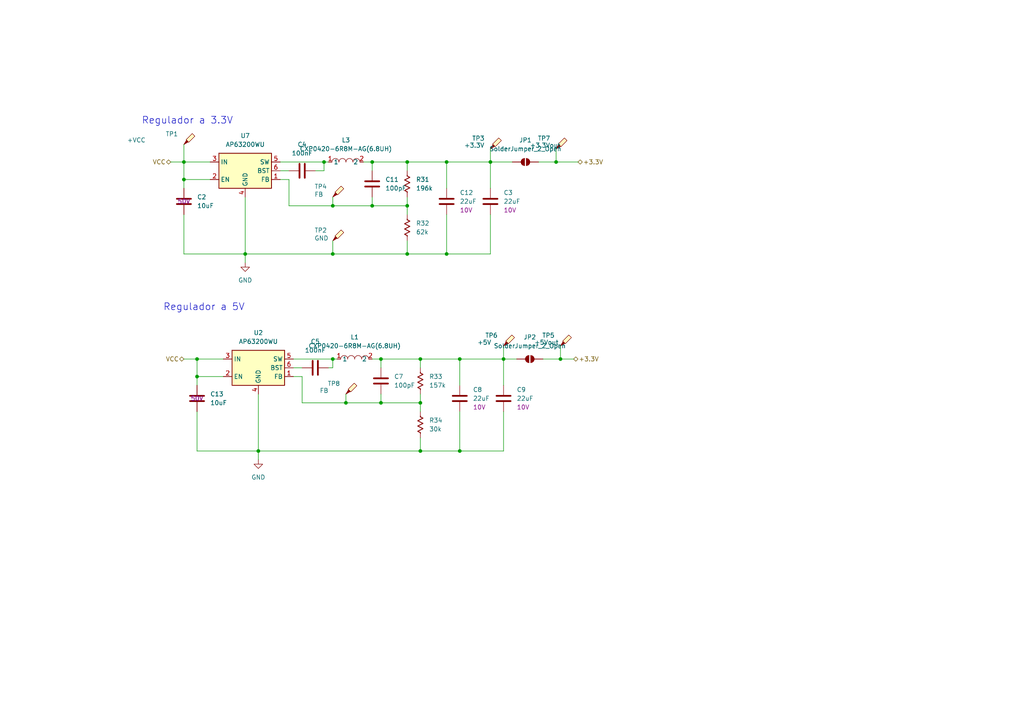
<source format=kicad_sch>
(kicad_sch (version 20250114) (generator "eeschema") (generator_version "9.0")
  (paper "A4")
  (lib_symbols
    (symbol "Connector:TestPoint_Probe" (pin_numbers (hide yes)) (pin_names (offset 0.762) (hide yes))
      (property "Reference" "TP" (at 1.651 5.842 0))
      (property "Value" "TestPoint_Probe" (at 1.651 4.064 0))
      (symbol "TestPoint_Probe_0_1"
        (polyline (pts (xy 1.27 0.762) (xy 0 0) (xy 0.762 1.27) (xy 1.27 0.762)) (fill (type outline)))
        (polyline (pts (xy 1.397 0.635) (xy 0.635 1.397) (xy 2.413 3.175) (xy 3.175 2.413) (xy 1.397 0.635)) (fill (type background)))
      )
      (symbol "TestPoint_Probe_1_1"
        (pin passive line (at 0 0 90) (length 0) (name "1") (number "1"))
      )
    )
    (symbol "Fuse_Holder:CXP0420-6R8M-AG(6.8UH)"
      (property "Reference" "L" (at 0 5.08 0))
      (property "Value" "CXP0420-6R8M-AG(6.8UH)" (at 0 -5.08 0))
      (symbol "CXP0420-6R8M-AG(6.8UH)_0_1"
        (arc (start -4.06 -0.01) (mid -2.83 0.99) (end -2.03 0.01))
        (arc (start -2.03 -0.01) (mid -0.8 0.99) (end 0 0.01))
        (arc (start 0 -0.01) (mid 1.23 0.99) (end 2.03 0.01))
        (arc (start 2.03 -0.01) (mid 3.26 0.99) (end 4.06 0.01))
        (pin unspecified line (at -5.08 0 0) (length 1.016) (name "1") (number "1"))
        (pin unspecified line (at 5.08 0 180) (length 1.016) (name "2") (number "2"))
      )
    )
    (symbol "Jumper:SolderJumper_2_Open" (pin_numbers (hide yes)) (pin_names (offset 0) (hide yes)) (in_bom no)
      (property "Reference" "JP" (at 0 2.032 0))
      (property "Value" "SolderJumper_2_Open" (at 0 -2.54 0))
      (symbol "SolderJumper_2_Open_0_1"
        (polyline (pts (xy -0.254 1.016) (xy -0.254 -1.016)))
        (arc (start -0.254 -1.016) (mid -1.2656 0) (end -0.254 1.016))
        (arc (start -0.254 -1.016) (mid -1.2656 0) (end -0.254 1.016) (fill (type outline)))
        (arc (start 0.254 1.016) (mid 1.2656 0) (end 0.254 -1.016))
        (arc (start 0.254 1.016) (mid 1.2656 0) (end 0.254 -1.016) (fill (type outline)))
        (polyline (pts (xy 0.254 1.016) (xy 0.254 -1.016)))
      )
      (symbol "SolderJumper_2_Open_1_1"
        (pin passive line (at -3.81 0 0) (length 2.54) (name "A") (number "1"))
        (pin passive line (at 3.81 0 180) (length 2.54) (name "B") (number "2"))
      )
    )
    (symbol "PCM_Capacitor_AKL:C_0603" (pin_numbers (hide yes)) (pin_names (offset 0.254))
      (property "Reference" "C" (at 0.635 2.54 0))
      (property "Value" "C_0603" (at 0.635 -2.54 0))
      (symbol "C_0603_0_1"
        (polyline (pts (xy -2.032 0.762) (xy 2.032 0.762)) (stroke (width 0.508)))
        (polyline (pts (xy -2.032 -0.762) (xy 2.032 -0.762)) (stroke (width 0.508)))
      )
      (symbol "C_0603_0_2"
        (polyline (pts (xy -2.54 -2.54) (xy -0.381 -0.381)))
        (polyline (pts (xy -0.508 -0.508) (xy -1.651 0.635)) (stroke (width 0.508)))
        (polyline (pts (xy -0.508 -0.508) (xy 0.635 -1.651)) (stroke (width 0.508)))
        (polyline (pts (xy 0.381 0.381) (xy 2.54 2.54)))
        (polyline (pts (xy 0.508 0.508) (xy -0.635 1.651)) (stroke (width 0.508)))
        (polyline (pts (xy 0.508 0.508) (xy 1.651 -0.635)) (stroke (width 0.508)))
      )
      (symbol "C_0603_1_1"
        (pin passive line (at 0 3.81 270) (length 2.794) (name "~") (number "1"))
        (pin passive line (at 0 -3.81 90) (length 2.794) (name "~") (number "2"))
      )
      (symbol "C_0603_1_2"
        (pin passive line (at -2.54 -2.54 90) (length 0) (name "~") (number "2"))
        (pin passive line (at 2.54 2.54 270) (length 0) (name "~") (number "1"))
      )
    )
    (symbol "PCM_Capacitor_AKL:C_0805" (pin_numbers (hide yes)) (pin_names (offset 0.254))
      (property "Reference" "C" (at 0.635 2.54 0))
      (property "Value" "C_0805" (at 0.635 -2.54 0))
      (symbol "C_0805_0_1"
        (polyline (pts (xy -2.032 0.762) (xy 2.032 0.762)) (stroke (width 0.508)))
        (polyline (pts (xy -2.032 -0.762) (xy 2.032 -0.762)) (stroke (width 0.508)))
      )
      (symbol "C_0805_0_2"
        (polyline (pts (xy -2.54 -2.54) (xy -0.381 -0.381)))
        (polyline (pts (xy -0.508 -0.508) (xy -1.651 0.635)) (stroke (width 0.508)))
        (polyline (pts (xy -0.508 -0.508) (xy 0.635 -1.651)) (stroke (width 0.508)))
        (polyline (pts (xy 0.381 0.381) (xy 2.54 2.54)))
        (polyline (pts (xy 0.508 0.508) (xy -0.635 1.651)) (stroke (width 0.508)))
        (polyline (pts (xy 0.508 0.508) (xy 1.651 -0.635)) (stroke (width 0.508)))
      )
      (symbol "C_0805_1_1"
        (pin passive line (at 0 3.81 270) (length 2.794) (name "~") (number "1"))
        (pin passive line (at 0 -3.81 90) (length 2.794) (name "~") (number "2"))
      )
      (symbol "C_0805_1_2"
        (pin passive line (at -2.54 -2.54 90) (length 0) (name "~") (number "2"))
        (pin passive line (at 2.54 2.54 270) (length 0) (name "~") (number "1"))
      )
    )
    (symbol "PCM_Capacitor_AKL:C_1206" (pin_numbers (hide yes)) (pin_names (offset 0.254))
      (property "Reference" "C" (at 0.635 2.54 0))
      (property "Value" "C_1206" (at 0.635 -2.54 0))
      (symbol "C_1206_0_1"
        (polyline (pts (xy -2.032 0.762) (xy 2.032 0.762)) (stroke (width 0.508)))
        (polyline (pts (xy -2.032 -0.762) (xy 2.032 -0.762)) (stroke (width 0.508)))
      )
      (symbol "C_1206_0_2"
        (polyline (pts (xy -2.54 -2.54) (xy -0.381 -0.381)))
        (polyline (pts (xy -0.508 -0.508) (xy -1.651 0.635)) (stroke (width 0.508)))
        (polyline (pts (xy -0.508 -0.508) (xy 0.635 -1.651)) (stroke (width 0.508)))
        (polyline (pts (xy 0.381 0.381) (xy 2.54 2.54)))
        (polyline (pts (xy 0.508 0.508) (xy -0.635 1.651)) (stroke (width 0.508)))
        (polyline (pts (xy 0.508 0.508) (xy 1.651 -0.635)) (stroke (width 0.508)))
      )
      (symbol "C_1206_1_1"
        (pin passive line (at 0 3.81 270) (length 2.794) (name "~") (number "1"))
        (pin passive line (at 0 -3.81 90) (length 2.794) (name "~") (number "2"))
      )
      (symbol "C_1206_1_2"
        (pin passive line (at -2.54 -2.54 90) (length 0) (name "~") (number "2"))
        (pin passive line (at 2.54 2.54 270) (length 0) (name "~") (number "1"))
      )
    )
    (symbol "PCM_Resistor_US_AKL:R_0603" (pin_numbers (hide yes)) (pin_names (offset 0))
      (property "Reference" "R" (at 2.54 1.27 0))
      (property "Value" "R_0603" (at 2.54 -1.27 0))
      (symbol "R_0603_0_1"
        (polyline (pts (xy 0 2.286) (xy 0 2.54)) (stroke (width 0.254)))
        (polyline (pts (xy 0 2.286) (xy 0.762 1.905) (xy -0.762 1.143) (xy 0 0.762) (xy 0.762 0.381) (xy 0 0) (xy -0.762 -0.381) (xy 0 -0.762) (xy 0.762 -1.143) (xy 0 -1.524) (xy -0.762 -1.905) (xy 0 -2.286)) (stroke (width 0.254)))
        (polyline (pts (xy 0 -2.286) (xy 0 -2.54)) (stroke (width 0.254)))
      )
      (symbol "R_0603_0_2"
        (polyline (pts (xy -2.54 -2.54) (xy -1.778 -1.778)))
        (polyline (pts (xy -1.778 -1.778) (xy -1.524 -1.524)) (stroke (width 0.254)))
        (polyline (pts (xy -1.524 -1.524) (xy -1.778 -0.762) (xy -1.016 -1.016)) (stroke (width 0.254)))
        (polyline (pts (xy -0.508 -0.508) (xy -0.762 0.254) (xy 0 0)) (stroke (width 0.254)))
        (polyline (pts (xy -0.508 -0.508) (xy -0.254 -1.27) (xy -1.016 -1.016)) (stroke (width 0.254)))
        (polyline (pts (xy 0.508 0.508) (xy 0.254 1.27) (xy 1.016 1.016)) (stroke (width 0.254)))
        (polyline (pts (xy 0.508 0.508) (xy 0.762 -0.254) (xy 0 0)) (stroke (width 0.254)))
        (polyline (pts (xy 1.524 1.524) (xy 1.778 0.762) (xy 1.016 1.016)) (stroke (width 0.254)))
        (polyline (pts (xy 1.778 1.778) (xy 1.524 1.524)) (stroke (width 0.254)))
        (polyline (pts (xy 1.778 1.778) (xy 2.54 2.54)))
      )
      (symbol "R_0603_1_1"
        (pin passive line (at 0 3.81 270) (length 1.27) (name "~") (number "1"))
        (pin passive line (at 0 -3.81 90) (length 1.27) (name "~") (number "2"))
      )
      (symbol "R_0603_1_2"
        (pin passive line (at -2.54 -2.54 0) (length 0) (name "") (number "2"))
        (pin passive line (at 2.54 2.54 180) (length 0) (name "") (number "1"))
      )
    )
    (symbol "Regulator_Switching:AP63200WU"
      (property "Reference" "U" (at -7.62 6.35 0))
      (property "Value" "AP63200WU" (at 2.54 6.35 0))
      (symbol "AP63200WU_0_1"
        (rectangle (start -7.62 5.08) (end 7.62 -5.08) (stroke (width 0.254)) (fill (type background)))
      )
      (symbol "AP63200WU_1_1"
        (pin power_in line (at -10.16 2.54 0) (length 2.54) (name "IN") (number "3"))
        (pin input line (at -10.16 -2.54 0) (length 2.54) (name "EN") (number "2"))
        (pin power_in line (at 0 -7.62 90) (length 2.54) (name "GND") (number "4"))
        (pin output line (at 10.16 2.54 180) (length 2.54) (name "SW") (number "5"))
        (pin passive line (at 10.16 0 180) (length 2.54) (name "BST") (number "6"))
        (pin input line (at 10.16 -2.54 180) (length 2.54) (name "FB") (number "1"))
      )
    )
    (symbol "power:GND" (power) (pin_numbers (hide yes)) (pin_names (offset 0) (hide yes))
      (property "Value" "GND" (at 0 -3.81 0))
      (symbol "GND_0_1"
        (polyline (pts (xy 0 0) (xy 0 -1.27) (xy 1.27 -1.27) (xy 0 -2.54) (xy -1.27 -1.27) (xy 0 -1.27)))
      )
      (symbol "GND_1_1"
        (pin power_in line (at 0 0 270) (length 0) (name "~") (number "1"))
      )
    )
  )
  (text "Regulador a 5V\n" (at 59.182 89.154 0) (effects (font (size 2 2))))
  (text "Regulador a 3.3V\n" (at 54.356 35.052 0) (effects (font (size 2 2))))
  (junction (at 74.93 130.81))
  (junction (at 161.29 46.99))
  (junction (at 53.34 52.07))
  (junction (at 162.56 104.14))
  (junction (at 107.95 46.99))
  (junction (at 100.33 116.84))
  (junction (at 121.92 116.84))
  (junction (at 93.98 46.99))
  (junction (at 129.54 73.66))
  (junction (at 133.35 130.81))
  (junction (at 96.52 104.14))
  (junction (at 57.15 104.14))
  (junction (at 146.05 104.14))
  (junction (at 118.11 46.99))
  (junction (at 96.52 59.69))
  (junction (at 71.12 73.66))
  (junction (at 57.15 109.22))
  (junction (at 121.92 104.14))
  (junction (at 142.24 46.99))
  (junction (at 118.11 73.66))
  (junction (at 133.35 104.14))
  (junction (at 118.11 59.69))
  (junction (at 121.92 130.81))
  (junction (at 96.52 73.66))
  (junction (at 110.49 104.14))
  (junction (at 53.34 46.99))
  (junction (at 110.49 116.84))
  (junction (at 129.54 46.99))
  (junction (at 107.95 59.69))
  (wire (pts (xy 121.92 104.14) (xy 133.35 104.14)))
  (wire (pts (xy 105.41 46.99) (xy 107.95 46.99)))
  (wire (pts (xy 64.77 109.22) (xy 57.15 109.22)))
  (wire (pts (xy 57.15 111.76) (xy 57.15 109.22)))
  (wire (pts (xy 81.28 49.53) (xy 83.82 49.53)))
  (wire (pts (xy 133.35 119.38) (xy 133.35 130.81)))
  (wire (pts (xy 91.44 49.53) (xy 93.98 49.53)))
  (wire (pts (xy 107.95 104.14) (xy 110.49 104.14)))
  (wire (pts (xy 87.63 116.84) (xy 100.33 116.84)))
  (wire (pts (xy 100.33 114.3) (xy 100.33 116.84)))
  (wire (pts (xy 146.05 119.38) (xy 146.05 130.81)))
  (wire (pts (xy 83.82 52.07) (xy 81.28 52.07)))
  (wire (pts (xy 57.15 119.38) (xy 57.15 130.81)))
  (wire (pts (xy 87.63 116.84) (xy 87.63 109.22)))
  (wire (pts (xy 71.12 57.15) (xy 71.12 73.66)))
  (wire (pts (xy 118.11 59.69) (xy 118.11 57.15)))
  (wire (pts (xy 121.92 104.14) (xy 121.92 106.68)))
  (wire (pts (xy 96.52 69.85) (xy 96.52 73.66)))
  (wire (pts (xy 57.15 130.81) (xy 74.93 130.81)))
  (wire (pts (xy 53.34 52.07) (xy 53.34 46.99)))
  (wire (pts (xy 162.56 100.33) (xy 162.56 104.14)))
  (wire (pts (xy 96.52 73.66) (xy 71.12 73.66)))
  (wire (pts (xy 100.33 116.84) (xy 110.49 116.84)))
  (wire (pts (xy 60.96 52.07) (xy 53.34 52.07)))
  (wire (pts (xy 107.95 46.99) (xy 107.95 49.53)))
  (wire (pts (xy 146.05 130.81) (xy 133.35 130.81)))
  (wire (pts (xy 96.52 104.14) (xy 85.09 104.14)))
  (wire (pts (xy 110.49 104.14) (xy 121.92 104.14)))
  (wire (pts (xy 118.11 46.99) (xy 129.54 46.99)))
  (wire (pts (xy 74.93 130.81) (xy 74.93 133.35)))
  (wire (pts (xy 83.82 59.69) (xy 83.82 52.07)))
  (wire (pts (xy 162.56 104.14) (xy 157.48 104.14)))
  (wire (pts (xy 118.11 69.85) (xy 118.11 73.66)))
  (wire (pts (xy 133.35 104.14) (xy 146.05 104.14)))
  (wire (pts (xy 49.53 46.99) (xy 53.34 46.99)))
  (wire (pts (xy 161.29 46.99) (xy 167.64 46.99)))
  (wire (pts (xy 129.54 46.99) (xy 129.54 54.61)))
  (wire (pts (xy 142.24 46.99) (xy 142.24 54.61)))
  (wire (pts (xy 96.52 59.69) (xy 107.95 59.69)))
  (wire (pts (xy 87.63 109.22) (xy 85.09 109.22)))
  (wire (pts (xy 118.11 59.69) (xy 118.11 62.23)))
  (wire (pts (xy 118.11 73.66) (xy 129.54 73.66)))
  (wire (pts (xy 142.24 73.66) (xy 129.54 73.66)))
  (wire (pts (xy 121.92 116.84) (xy 121.92 119.38)))
  (wire (pts (xy 121.92 130.81) (xy 133.35 130.81)))
  (wire (pts (xy 110.49 114.3) (xy 110.49 116.84)))
  (wire (pts (xy 146.05 104.14) (xy 149.86 104.14)))
  (wire (pts (xy 118.11 46.99) (xy 118.11 49.53)))
  (wire (pts (xy 133.35 104.14) (xy 133.35 111.76)))
  (wire (pts (xy 96.52 106.68) (xy 96.52 104.14)))
  (wire (pts (xy 71.12 73.66) (xy 71.12 76.2)))
  (wire (pts (xy 142.24 62.23) (xy 142.24 73.66)))
  (wire (pts (xy 74.93 114.3) (xy 74.93 130.81)))
  (wire (pts (xy 53.34 54.61) (xy 53.34 52.07)))
  (wire (pts (xy 110.49 104.14) (xy 110.49 106.68)))
  (wire (pts (xy 96.52 104.14) (xy 97.79 104.14)))
  (wire (pts (xy 107.95 59.69) (xy 118.11 59.69)))
  (wire (pts (xy 142.24 46.99) (xy 148.59 46.99)))
  (wire (pts (xy 129.54 62.23) (xy 129.54 73.66)))
  (wire (pts (xy 53.34 46.99) (xy 60.96 46.99)))
  (wire (pts (xy 53.34 62.23) (xy 53.34 73.66)))
  (wire (pts (xy 74.93 130.81) (xy 121.92 130.81)))
  (wire (pts (xy 95.25 46.99) (xy 93.98 46.99)))
  (wire (pts (xy 57.15 104.14) (xy 64.77 104.14)))
  (wire (pts (xy 53.34 41.91) (xy 53.34 46.99)))
  (wire (pts (xy 156.21 46.99) (xy 161.29 46.99)))
  (wire (pts (xy 107.95 57.15) (xy 107.95 59.69)))
  (wire (pts (xy 129.54 46.99) (xy 142.24 46.99)))
  (wire (pts (xy 121.92 116.84) (xy 121.92 114.3)))
  (wire (pts (xy 57.15 109.22) (xy 57.15 104.14)))
  (wire (pts (xy 85.09 106.68) (xy 87.63 106.68)))
  (wire (pts (xy 83.82 59.69) (xy 96.52 59.69)))
  (wire (pts (xy 162.56 104.14) (xy 166.37 104.14)))
  (wire (pts (xy 142.24 43.18) (xy 142.24 46.99)))
  (wire (pts (xy 107.95 46.99) (xy 118.11 46.99)))
  (wire (pts (xy 121.92 127) (xy 121.92 130.81)))
  (wire (pts (xy 161.29 43.18) (xy 161.29 46.99)))
  (wire (pts (xy 95.25 106.68) (xy 96.52 106.68)))
  (wire (pts (xy 96.52 57.15) (xy 96.52 59.69)))
  (wire (pts (xy 146.05 104.14) (xy 146.05 111.76)))
  (wire (pts (xy 110.49 116.84) (xy 121.92 116.84)))
  (wire (pts (xy 53.34 73.66) (xy 71.12 73.66)))
  (wire (pts (xy 93.98 46.99) (xy 81.28 46.99)))
  (wire (pts (xy 146.05 100.33) (xy 146.05 104.14)))
  (wire (pts (xy 53.34 104.14) (xy 57.15 104.14)))
  (wire (pts (xy 93.98 49.53) (xy 93.98 46.99)))
  (wire (pts (xy 96.52 73.66) (xy 118.11 73.66)))
  (hierarchical_label "+3.3V" (shape bidirectional) (at 166.37 104.14 0))
  (hierarchical_label "+3.3V" (shape bidirectional) (at 167.64 46.99 0))
  (hierarchical_label "VCC" (shape bidirectional) (at 53.34 104.14 180))
  (hierarchical_label "VCC" (shape bidirectional) (at 49.53 46.99 180))
  (symbol (lib_id "Connector:TestPoint_Probe") (at 146.05 100.33 0) (unit 1)
    (property "Reference" "TP6" (at 140.716 97.282 0) (effects (justify left)))
    (property "Value" "+5V" (at 138.43 99.314 0) (effects (justify left)))
    (property "Footprint" "TestPoint:TestPoint_Pad_1.0x1.0mm" (effects (hide yes)))
    (property "Description" "test point (alternative probe-style design)" (effects (hide yes)))
  )
  (symbol (lib_id "Connector:TestPoint_Probe") (at 96.52 69.85 0) (unit 1)
    (property "Reference" "TP2" (at 91.186 66.802 0) (effects (justify left)))
    (property "Value" "GND" (at 91.186 69.088 0) (effects (justify left)))
    (property "Footprint" "TestPoint:TestPoint_Pad_1.0x1.0mm" (effects (hide yes)))
    (property "Description" "test point (alternative probe-style design)" (effects (hide yes)))
  )
  (symbol (lib_id "Connector:TestPoint_Probe") (at 162.56 100.33 0) (unit 1)
    (property "Reference" "TP5" (at 157.226 97.282 0) (effects (justify left)))
    (property "Value" "+5Vout" (at 154.94 99.314 0) (effects (justify left)))
    (property "Footprint" "TestPoint:TestPoint_Pad_1.0x1.0mm" (effects (hide yes)))
    (property "Description" "test point (alternative probe-style design)" (effects (hide yes)))
  )
  (symbol (lib_id "power:GND") (at 74.93 133.35 0) (unit 1)
    (property "Reference" "#PWR021" (effects (hide yes)))
    (property "Value" "GND" (at 74.93 138.43 0))
    (property "Description" "Power symbol creates a global label with name \"GND\" , ground" (effects (hide yes)))
  )
  (symbol (lib_id "PCM_Capacitor_AKL:C_0603") (at 133.35 115.57 0) (unit 1)
    (property "Reference" "C8" (at 137.16 113.0299 0) (effects (justify left)))
    (property "Value" "22uF" (at 137.16 115.5699 0) (effects (justify left)))
    (property "Footprint" "PCM_Capacitor_SMD_AKL:C_0603_1608Metric" (effects (hide yes)))
    (property "Description" "SMD 0603 MLCC capacitor, Alternate KiCad Library" (effects (hide yes)))
    (property "Voltaje" "10V" (at 137.16 118.1099 0) (effects (justify left)))
  )
  (symbol (lib_id "PCM_Capacitor_AKL:C_1206") (at 53.34 58.42 0) (unit 1)
    (property "Reference" "C2" (at 57.15 57.1499 0) (effects (justify left)))
    (property "Value" "10uF" (at 57.15 59.6899 0) (effects (justify left)))
    (property "Footprint" "PCM_Capacitor_SMD_AKL:C_1206_3216Metric" (effects (hide yes)))
    (property "Description" "SMD 1206 MLCC capacitor, Alternate KiCad Library" (effects (hide yes)))
    (property "Voltaje" "50V" (at 53.34 58.42 0))
  )
  (symbol (lib_id "PCM_Capacitor_AKL:C_1206") (at 57.15 115.57 0) (unit 1)
    (property "Reference" "C13" (at 60.96 114.2999 0) (effects (justify left)))
    (property "Value" "10uF" (at 60.96 116.8399 0) (effects (justify left)))
    (property "Footprint" "PCM_Capacitor_SMD_AKL:C_1206_3216Metric" (effects (hide yes)))
    (property "Description" "SMD 1206 MLCC capacitor, Alternate KiCad Library" (effects (hide yes)))
    (property "Voltaje" "50V" (at 57.15 115.57 0))
  )
  (symbol (lib_id "Connector:TestPoint_Probe") (at 161.29 43.18 0) (unit 1)
    (property "Reference" "TP7" (at 155.956 40.132 0) (effects (justify left)))
    (property "Value" "+3.3Vout" (at 153.67 42.164 0) (effects (justify left)))
    (property "Footprint" "TestPoint:TestPoint_Pad_1.0x1.0mm" (effects (hide yes)))
    (property "Description" "test point (alternative probe-style design)" (effects (hide yes)))
  )
  (symbol (lib_id "PCM_Capacitor_AKL:C_0603") (at 146.05 115.57 0) (unit 1)
    (property "Reference" "C9" (at 149.86 113.0299 0) (effects (justify left)))
    (property "Value" "22uF" (at 149.86 115.5699 0) (effects (justify left)))
    (property "Footprint" "PCM_Capacitor_SMD_AKL:C_0603_1608Metric" (effects (hide yes)))
    (property "Description" "SMD 0603 MLCC capacitor, Alternate KiCad Library" (effects (hide yes)))
    (property "Voltaje" "10V" (at 149.86 118.1099 0) (effects (justify left)))
  )
  (symbol (lib_id "Regulator_Switching:AP63200WU") (at 71.12 49.53 0) (unit 1)
    (property "Reference" "U7" (at 71.12 39.37 0))
    (property "Value" "AP63200WU" (at 71.12 41.91 0))
    (property "Footprint" "Package_TO_SOT_SMD:TSOT-23-6" (effects (hide yes)))
    (property "Datasheet" "https://www.diodes.com/assets/Datasheets/AP63200-AP63201-AP63203-AP63205.pdf" (effects (hide yes)))
    (property "Description" "2A, 500kHz Buck DC/DC Converter, adjustable output voltage, TSOT-23-6" (effects (hide yes)))
  )
  (symbol (lib_id "PCM_Capacitor_AKL:C_0603") (at 142.24 58.42 0) (unit 1)
    (property "Reference" "C3" (at 146.05 55.8799 0) (effects (justify left)))
    (property "Value" "22uF" (at 146.05 58.4199 0) (effects (justify left)))
    (property "Footprint" "PCM_Capacitor_SMD_AKL:C_0603_1608Metric" (effects (hide yes)))
    (property "Description" "SMD 0603 MLCC capacitor, Alternate KiCad Library" (effects (hide yes)))
    (property "Voltaje" "10V" (at 146.05 60.9599 0) (effects (justify left)))
  )
  (symbol (lib_id "Fuse_Holder:CXP0420-6R8M-AG(6.8UH)") (at 102.87 104.14 0) (unit 1)
    (property "Reference" "L1" (at 102.87 97.79 0))
    (property "Value" "CXP0420-6R8M-AG(6.8UH)" (at 102.87 100.33 0))
    (property "Footprint" "Fuse_Holder:IND-SMD_L4.4-W4.2_CXP0420" (effects (hide yes)))
    (property "LCSC Part" "C7461340" (effects (hide yes)))
  )
  (symbol (lib_id "Connector:TestPoint_Probe") (at 142.24 43.18 0) (unit 1)
    (property "Reference" "TP3" (at 136.906 40.132 0) (effects (justify left)))
    (property "Value" "+3.3V" (at 134.62 42.164 0) (effects (justify left)))
    (property "Footprint" "TestPoint:TestPoint_Pad_1.0x1.0mm" (effects (hide yes)))
    (property "Description" "test point (alternative probe-style design)" (effects (hide yes)))
  )
  (symbol (lib_id "PCM_Resistor_US_AKL:R_0603") (at 118.11 53.34 0) (unit 1)
    (property "Reference" "R31" (at 120.65 52.0699 0) (effects (justify left)))
    (property "Value" "196k" (at 120.65 54.6099 0) (effects (justify left)))
    (property "Footprint" "PCM_Resistor_SMD_AKL:R_0603_1608Metric" (effects (hide yes)))
    (property "Description" "SMD 0603 Chip Resistor, US Symbol, Alternate KiCad Library" (effects (hide yes)))
  )
  (symbol (lib_id "PCM_Capacitor_AKL:C_0805") (at 91.44 106.68 90) (unit 1)
    (property "Reference" "C5" (at 91.44 99.06 90))
    (property "Value" "100nF" (at 91.44 101.6 90))
    (property "Footprint" "PCM_Capacitor_SMD_AKL:C_0805_2012Metric" (effects (hide yes)))
    (property "Description" "SMD 0805 MLCC capacitor, Alternate KiCad Library" (effects (hide yes)))
  )
  (symbol (lib_id "PCM_Capacitor_AKL:C_0603") (at 129.54 58.42 0) (unit 1)
    (property "Reference" "C12" (at 133.35 55.8799 0) (effects (justify left)))
    (property "Value" "22uF" (at 133.35 58.4199 0) (effects (justify left)))
    (property "Footprint" "PCM_Capacitor_SMD_AKL:C_0603_1608Metric" (effects (hide yes)))
    (property "Description" "SMD 0603 MLCC capacitor, Alternate KiCad Library" (effects (hide yes)))
    (property "Voltaje" "10V" (at 133.35 60.9599 0) (effects (justify left)))
  )
  (symbol (lib_id "PCM_Resistor_US_AKL:R_0603") (at 118.11 66.04 0) (unit 1)
    (property "Reference" "R32" (at 120.65 64.7699 0) (effects (justify left)))
    (property "Value" "62k" (at 120.65 67.3099 0) (effects (justify left)))
    (property "Footprint" "PCM_Resistor_SMD_AKL:R_0603_1608Metric" (effects (hide yes)))
    (property "Description" "SMD 0603 Chip Resistor, US Symbol, Alternate KiCad Library" (effects (hide yes)))
  )
  (symbol (lib_id "PCM_Capacitor_AKL:C_0805") (at 87.63 49.53 90) (unit 1)
    (property "Reference" "C4" (at 87.63 41.91 90))
    (property "Value" "100nF" (at 87.63 44.45 90))
    (property "Footprint" "PCM_Capacitor_SMD_AKL:C_0805_2012Metric" (effects (hide yes)))
    (property "Description" "SMD 0805 MLCC capacitor, Alternate KiCad Library" (effects (hide yes)))
  )
  (symbol (lib_id "PCM_Resistor_US_AKL:R_0603") (at 121.92 110.49 0) (unit 1)
    (property "Reference" "R33" (at 124.46 109.2199 0) (effects (justify left)))
    (property "Value" "157k" (at 124.46 111.7599 0) (effects (justify left)))
    (property "Footprint" "PCM_Resistor_SMD_AKL:R_0603_1608Metric" (effects (hide yes)))
    (property "Description" "SMD 0603 Chip Resistor, US Symbol, Alternate KiCad Library" (effects (hide yes)))
  )
  (symbol (lib_id "power:GND") (at 71.12 76.2 0) (unit 1)
    (property "Reference" "#PWR020" (effects (hide yes)))
    (property "Value" "GND" (at 71.12 81.28 0))
    (property "Description" "Power symbol creates a global label with name \"GND\" , ground" (effects (hide yes)))
  )
  (symbol (lib_id "Connector:TestPoint_Probe") (at 100.33 114.3 0) (unit 1)
    (property "Reference" "TP8" (at 94.996 111.252 0) (effects (justify left)))
    (property "Value" "FB" (at 92.71 113.284 0) (effects (justify left)))
    (property "Footprint" "TestPoint:TestPoint_Pad_1.0x1.0mm" (effects (hide yes)))
    (property "Description" "test point (alternative probe-style design)" (effects (hide yes)))
  )
  (symbol (lib_id "Fuse_Holder:CXP0420-6R8M-AG(6.8UH)") (at 100.33 46.99 0) (unit 1)
    (property "Reference" "L3" (at 100.33 40.64 0))
    (property "Value" "CXP0420-6R8M-AG(6.8UH)" (at 100.33 43.18 0))
    (property "Footprint" "Fuse_Holder:IND-SMD_L4.4-W4.2_CXP0420" (effects (hide yes)))
    (property "LCSC Part" "C7461340" (effects (hide yes)))
  )
  (symbol (lib_id "Regulator_Switching:AP63200WU") (at 74.93 106.68 0) (unit 1)
    (property "Reference" "U2" (at 74.93 96.52 0))
    (property "Value" "AP63200WU" (at 74.93 99.06 0))
    (property "Footprint" "Package_TO_SOT_SMD:TSOT-23-6" (effects (hide yes)))
    (property "Datasheet" "https://www.diodes.com/assets/Datasheets/AP63200-AP63201-AP63203-AP63205.pdf" (effects (hide yes)))
    (property "Description" "2A, 500kHz Buck DC/DC Converter, adjustable output voltage, TSOT-23-6" (effects (hide yes)))
  )
  (symbol (lib_id "Jumper:SolderJumper_2_Open") (at 152.4 46.99 0) (unit 1) (in_bom no)
    (property "Reference" "JP1" (at 152.4 40.64 0))
    (property "Value" "SolderJumper_2_Open" (at 152.4 43.18 0))
    (property "Footprint" "Jumper:SolderJumper-2_P1.3mm_Open_Pad1.0x1.5mm" (effects (hide yes)))
    (property "Description" "Solder Jumper, 2-pole, open" (effects (hide yes)))
  )
  (symbol (lib_id "PCM_Capacitor_AKL:C_0805") (at 110.49 110.49 180) (unit 1)
    (property "Reference" "C7" (at 114.3 109.2199 0) (effects (justify right)))
    (property "Value" "100pF" (at 114.3 111.7599 0) (effects (justify right)))
    (property "Footprint" "PCM_Capacitor_SMD_AKL:C_0805_2012Metric" (effects (hide yes)))
    (property "Description" "SMD 0805 MLCC capacitor, Alternate KiCad Library" (effects (hide yes)))
  )
  (symbol (lib_id "Connector:TestPoint_Probe") (at 96.52 57.15 0) (unit 1)
    (property "Reference" "TP4" (at 91.186 54.102 0) (effects (justify left)))
    (property "Value" "FB" (at 91.186 56.388 0) (effects (justify left)))
    (property "Footprint" "TestPoint:TestPoint_Pad_1.0x1.0mm" (effects (hide yes)))
    (property "Description" "test point (alternative probe-style design)" (effects (hide yes)))
  )
  (symbol (lib_id "PCM_Resistor_US_AKL:R_0603") (at 121.92 123.19 0) (unit 1)
    (property "Reference" "R34" (at 124.46 121.9199 0) (effects (justify left)))
    (property "Value" "30k" (at 124.46 124.4599 0) (effects (justify left)))
    (property "Footprint" "PCM_Resistor_SMD_AKL:R_0603_1608Metric" (effects (hide yes)))
    (property "Description" "SMD 0603 Chip Resistor, US Symbol, Alternate KiCad Library" (effects (hide yes)))
  )
  (symbol (lib_id "Connector:TestPoint_Probe") (at 53.34 41.91 0) (unit 1)
    (property "Reference" "TP1" (at 48.006 38.862 0) (effects (justify left)))
    (property "Value" "+VCC" (at 36.83 40.64 0) (effects (justify left)))
    (property "Footprint" "TestPoint:TestPoint_Pad_1.0x1.0mm" (effects (hide yes)))
    (property "Description" "test point (alternative probe-style design)" (effects (hide yes)))
  )
  (symbol (lib_id "Jumper:SolderJumper_2_Open") (at 153.67 104.14 0) (unit 1) (in_bom no)
    (property "Reference" "JP2" (at 153.67 97.79 0))
    (property "Value" "SolderJumper_2_Open" (at 153.67 100.33 0))
    (property "Footprint" "Jumper:SolderJumper-2_P1.3mm_Open_Pad1.0x1.5mm" (effects (hide yes)))
    (property "Description" "Solder Jumper, 2-pole, open" (effects (hide yes)))
  )
  (symbol (lib_id "PCM_Capacitor_AKL:C_0805") (at 107.95 53.34 180) (unit 1)
    (property "Reference" "C11" (at 111.76 52.0699 0) (effects (justify right)))
    (property "Value" "100pF" (at 111.76 54.6099 0) (effects (justify right)))
    (property "Footprint" "PCM_Capacitor_SMD_AKL:C_0805_2012Metric" (effects (hide yes)))
    (property "Description" "SMD 0805 MLCC capacitor, Alternate KiCad Library" (effects (hide yes)))
  )
)
</source>
